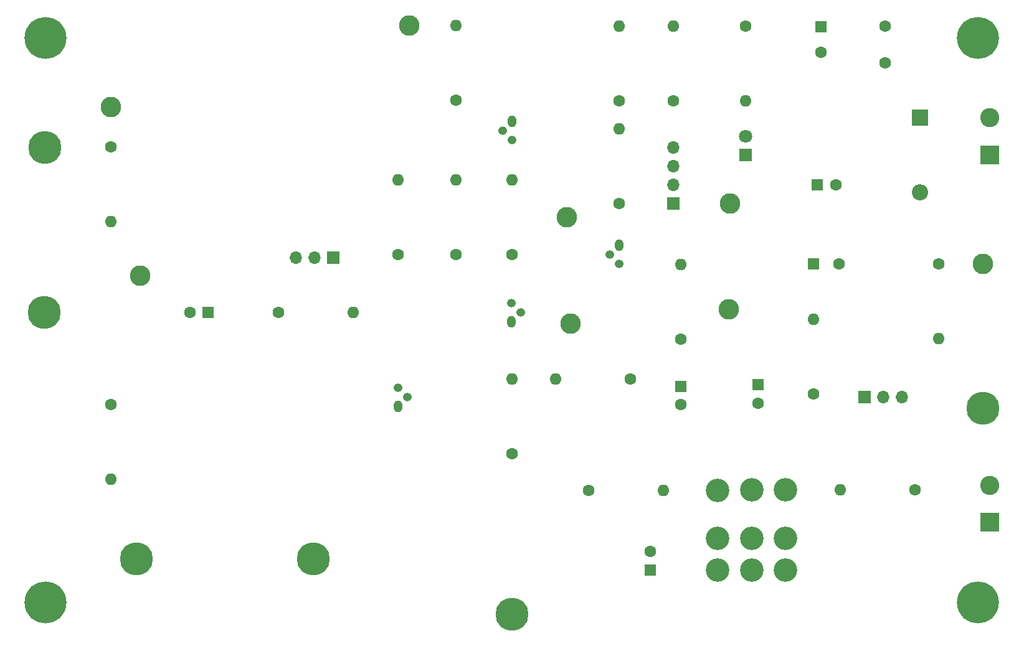
<source format=gbr>
%TF.GenerationSoftware,KiCad,Pcbnew,(7.0.0)*%
%TF.CreationDate,2023-03-04T17:37:48+02:00*%
%TF.ProjectId,efectul RN  asupra caract de frecv,65666563-7475-46c2-9052-4e2020617375,rev?*%
%TF.SameCoordinates,Original*%
%TF.FileFunction,Soldermask,Top*%
%TF.FilePolarity,Negative*%
%FSLAX46Y46*%
G04 Gerber Fmt 4.6, Leading zero omitted, Abs format (unit mm)*
G04 Created by KiCad (PCBNEW (7.0.0)) date 2023-03-04 17:37:48*
%MOMM*%
%LPD*%
G01*
G04 APERTURE LIST*
%ADD10C,1.600000*%
%ADD11O,1.600000X1.600000*%
%ADD12C,4.500000*%
%ADD13R,2.600000X2.600000*%
%ADD14C,2.600000*%
%ADD15R,1.700000X1.700000*%
%ADD16O,1.700000X1.700000*%
%ADD17R,2.200000X2.200000*%
%ADD18O,2.200000X2.200000*%
%ADD19C,3.600000*%
%ADD20C,5.700000*%
%ADD21C,2.800000*%
%ADD22O,1.200000X1.600000*%
%ADD23O,1.200000X1.200000*%
%ADD24R,1.600000X1.600000*%
%ADD25C,3.200000*%
%ADD26R,1.800000X1.800000*%
%ADD27C,1.800000*%
G04 APERTURE END LIST*
D10*
%TO.C,R82*%
X189987553Y-59648839D03*
D11*
X189987552Y-49488838D03*
%TD*%
D12*
%TO.C,J6*%
X104500000Y-66000000D03*
%TD*%
D10*
%TO.C,C7*%
X218772224Y-54541257D03*
X218772224Y-49541257D03*
%TD*%
%TO.C,R7*%
X182593972Y-73660000D03*
D11*
X182593971Y-63499999D03*
%TD*%
D10*
%TO.C,R81*%
X182593972Y-59660000D03*
D11*
X182593971Y-49499999D03*
%TD*%
D13*
%TO.C,J5*%
X232999999Y-116999999D03*
D14*
X233000000Y-112000000D03*
%TD*%
D15*
%TO.C,J3*%
X190000462Y-73648313D03*
D16*
X190000462Y-71108313D03*
X190000462Y-68568313D03*
X190000462Y-66028313D03*
%TD*%
D17*
%TO.C,D2*%
X223496667Y-61999054D03*
D18*
X223496667Y-72159054D03*
%TD*%
D19*
%TO.C,H3*%
X231400000Y-51100000D03*
D20*
X231400000Y-51100000D03*
%TD*%
D21*
%TO.C,TP11*%
X175500000Y-75500000D03*
%TD*%
D13*
%TO.C,J4*%
X232999999Y-66999999D03*
D14*
X233000000Y-62000000D03*
%TD*%
D10*
%TO.C,R0XR1*%
X222817482Y-112588413D03*
D11*
X212657481Y-112588412D03*
%TD*%
D10*
%TO.C,R5*%
X184080000Y-97500000D03*
D11*
X173919999Y-97499999D03*
%TD*%
D21*
%TO.C,TP12*%
X176000000Y-90000000D03*
%TD*%
D22*
%TO.C,Q1*%
X167982956Y-89766967D03*
D23*
X169252956Y-88496967D03*
X167982956Y-87226967D03*
%TD*%
D10*
%TO.C,RL1*%
X226000000Y-81887379D03*
D11*
X225999999Y-92047378D03*
%TD*%
D22*
%TO.C,Q3*%
X152499999Y-101210519D03*
D23*
X153769999Y-99940519D03*
X152499999Y-98670519D03*
%TD*%
D24*
%TO.C,C3*%
X186805685Y-123498321D03*
D10*
X186805686Y-120998322D03*
%TD*%
D12*
%TO.C,TP3*%
X232000000Y-101500000D03*
%TD*%
D10*
%TO.C,Rix1*%
X136252957Y-88500000D03*
D11*
X146412956Y-88499999D03*
%TD*%
D12*
%TO.C,TP1*%
X141000000Y-122000000D03*
%TD*%
%TO.C,TP4*%
X117000000Y-122000000D03*
%TD*%
D21*
%TO.C,TP10*%
X197632215Y-73641464D03*
%TD*%
D24*
%TO.C,C8*%
X209999999Y-49564686D03*
D10*
X210000000Y-53064687D03*
%TD*%
D19*
%TO.C,H2*%
X104600000Y-51100000D03*
D20*
X104600000Y-51100000D03*
%TD*%
D10*
%TO.C,R13*%
X199745800Y-49539662D03*
D11*
X199745799Y-59699661D03*
%TD*%
D21*
%TO.C,TP9*%
X197500000Y-88000000D03*
%TD*%
D12*
%TO.C,TP2*%
X168000000Y-129500000D03*
%TD*%
D25*
%TO.C,S1*%
X205208409Y-123486361D03*
X200608409Y-123486361D03*
X196008409Y-123486361D03*
X205208409Y-119166361D03*
X200608409Y-119166361D03*
X196008409Y-119166361D03*
X205208409Y-112566361D03*
X200608409Y-112566361D03*
X196008409Y-112686361D03*
%TD*%
D22*
%TO.C,Q4*%
X168003152Y-62506444D03*
D23*
X166733152Y-63776444D03*
X168003152Y-65046444D03*
%TD*%
D21*
%TO.C,TP5*%
X232000000Y-81862658D03*
%TD*%
D12*
%TO.C,J7*%
X104469226Y-88438745D03*
%TD*%
D19*
%TO.C,H1*%
X104600000Y-127900000D03*
D20*
X104600000Y-127900000D03*
%TD*%
D10*
%TO.C,R3*%
X160370184Y-80580000D03*
D11*
X160370183Y-70419999D03*
%TD*%
D26*
%TO.C,D1*%
X199764838Y-67039999D03*
D27*
X199764839Y-64500000D03*
%TD*%
D21*
%TO.C,TP7*%
X113500000Y-60500000D03*
%TD*%
D10*
%TO.C,R12*%
X113500000Y-101000000D03*
D11*
X113499999Y-111159999D03*
%TD*%
D22*
%TO.C,Q2*%
X182577884Y-79342007D03*
D23*
X181307884Y-80612007D03*
X182577884Y-81882007D03*
%TD*%
D24*
%TO.C,C4*%
X190999999Y-98499999D03*
D10*
X191000000Y-101000000D03*
%TD*%
D24*
%TO.C,C5*%
X208999999Y-81900409D03*
D10*
X212500000Y-81900410D03*
%TD*%
D15*
%TO.C,J2*%
X215959999Y-99999999D03*
D16*
X218499999Y-99999999D03*
X221039999Y-99999999D03*
%TD*%
D10*
%TO.C,R6*%
X168000000Y-80616136D03*
D11*
X167999999Y-70456135D03*
%TD*%
D24*
%TO.C,C6*%
X209546979Y-71140182D03*
D10*
X212046980Y-71140183D03*
%TD*%
D24*
%TO.C,C1*%
X126752956Y-88499999D03*
D10*
X124252957Y-88500000D03*
%TD*%
%TO.C,R1*%
X160370184Y-59580000D03*
D11*
X160370183Y-49419999D03*
%TD*%
D10*
%TO.C,R0XA1*%
X178420000Y-112673505D03*
D11*
X188579999Y-112673504D03*
%TD*%
D21*
%TO.C,TP8*%
X154030866Y-49427642D03*
%TD*%
D10*
%TO.C,R9*%
X209000000Y-99580000D03*
D11*
X208999999Y-89419999D03*
%TD*%
D21*
%TO.C,TP6*%
X117500000Y-83500000D03*
%TD*%
D10*
%TO.C,R2*%
X152500000Y-80580000D03*
D11*
X152499999Y-70419999D03*
%TD*%
D15*
%TO.C,J1*%
X143752956Y-80999999D03*
D16*
X141212956Y-80999999D03*
X138672956Y-80999999D03*
%TD*%
D24*
%TO.C,C2*%
X201499999Y-98317620D03*
D10*
X201500000Y-100817621D03*
%TD*%
%TO.C,R10*%
X191000000Y-92080000D03*
D11*
X190999999Y-81919999D03*
%TD*%
D10*
%TO.C,R4*%
X168001127Y-107671001D03*
D11*
X168001126Y-97511000D03*
%TD*%
D19*
%TO.C,H4*%
X231400000Y-127900000D03*
D20*
X231400000Y-127900000D03*
%TD*%
D10*
%TO.C,R11*%
X113500000Y-65920000D03*
D11*
X113499999Y-76079999D03*
%TD*%
M02*

</source>
